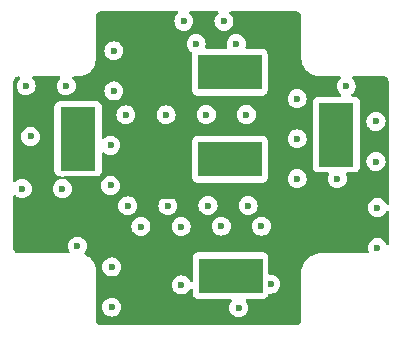
<source format=gbr>
%TF.GenerationSoftware,KiCad,Pcbnew,8.0.7*%
%TF.CreationDate,2025-04-20T00:51:03-04:00*%
%TF.ProjectId,1M_4F,314d5f34-462e-46b6-9963-61645f706362,rev?*%
%TF.SameCoordinates,Original*%
%TF.FileFunction,Copper,L2,Inr*%
%TF.FilePolarity,Positive*%
%FSLAX46Y46*%
G04 Gerber Fmt 4.6, Leading zero omitted, Abs format (unit mm)*
G04 Created by KiCad (PCBNEW 8.0.7) date 2025-04-20 00:51:03*
%MOMM*%
%LPD*%
G01*
G04 APERTURE LIST*
%TA.AperFunction,ComponentPad*%
%ADD10R,3.000000X5.400000*%
%TD*%
%TA.AperFunction,ComponentPad*%
%ADD11R,5.400000X3.000000*%
%TD*%
%TA.AperFunction,ViaPad*%
%ADD12C,0.600000*%
%TD*%
G04 APERTURE END LIST*
D10*
%TO.N,Net-(J1-Pin_1)*%
%TO.C,J1*%
X97344600Y-47653300D03*
D11*
%TO.N,GND*%
X102844600Y-47040800D03*
%TD*%
%TO.N,Net-(J1-Pin_1)*%
%TO.C,J5*%
X89387500Y-51787500D03*
D10*
%TO.N,GND*%
X90000000Y-45287500D03*
%TD*%
%TO.N,Net-(J1-Pin_1)*%
%TO.C,J3*%
X96412500Y-56262500D03*
D11*
%TO.N,GND*%
X102912500Y-56875000D03*
%TD*%
%TO.N,Net-(J1-Pin_1)*%
%TO.C,J4*%
X111262500Y-51437500D03*
D10*
%TO.N,GND*%
X111875000Y-44937500D03*
%TD*%
%TO.N,Net-(J1-Pin_1)*%
%TO.C,J2*%
X96337500Y-39050000D03*
D11*
%TO.N,GND*%
X102837500Y-39662500D03*
%TD*%
D12*
%TO.N,GND*%
X108550000Y-48675000D03*
X100000000Y-37250000D03*
X94200000Y-50975000D03*
X93025000Y-37850000D03*
X94050000Y-43275000D03*
X103600000Y-59600000D03*
X85975000Y-45100000D03*
X98750000Y-57675000D03*
X104400000Y-50950000D03*
X105525000Y-52700000D03*
X89950000Y-54400000D03*
X92750000Y-45850000D03*
X98950000Y-35350000D03*
X95325000Y-52725000D03*
X115350000Y-51125000D03*
X115225000Y-43825000D03*
X115225000Y-47225000D03*
X92750000Y-49250000D03*
X108550000Y-45300000D03*
X100850000Y-43250000D03*
X111950000Y-48675000D03*
X103400000Y-37250000D03*
X97450000Y-43275000D03*
X102125000Y-52700000D03*
X85275000Y-49525000D03*
X97600000Y-50975000D03*
X89000000Y-40800000D03*
X93025000Y-41250000D03*
X92850000Y-59550000D03*
X115350000Y-54525000D03*
X104250000Y-43250000D03*
X112700000Y-40850000D03*
X106300000Y-57600000D03*
X102350000Y-35350000D03*
X88675000Y-49525000D03*
X92850000Y-56150000D03*
X101000000Y-50950000D03*
X108550000Y-41900000D03*
X98725000Y-52725000D03*
X85600000Y-40800000D03*
%TO.N,Net-(J1-Pin_1)*%
X98875000Y-59400000D03*
X102550000Y-43250000D03*
X93025000Y-39550000D03*
X113000000Y-54200000D03*
X100425000Y-52725000D03*
X92750000Y-44150000D03*
X102700000Y-50950000D03*
X105950000Y-43250000D03*
X92850000Y-54450000D03*
X97025000Y-52725000D03*
X108550000Y-47000000D03*
X92850000Y-57850000D03*
X85975000Y-46800000D03*
X106100000Y-50950000D03*
X87300000Y-40800000D03*
X95750000Y-43275000D03*
X87275000Y-54375000D03*
X110250000Y-48675000D03*
X100650000Y-35350000D03*
X106300000Y-55900000D03*
X111000000Y-40850000D03*
X93025000Y-36150000D03*
X103825000Y-52700000D03*
X108550000Y-43600000D03*
X86975000Y-49525000D03*
X95900000Y-50975000D03*
X99150000Y-43275000D03*
X92750000Y-47550000D03*
X99300000Y-50975000D03*
X107225000Y-52700000D03*
X106000000Y-59600000D03*
X115225000Y-45525000D03*
X115225000Y-42125000D03*
X90375000Y-49525000D03*
X105100000Y-37250000D03*
X98875000Y-56000000D03*
X90700000Y-40800000D03*
X104050000Y-35350000D03*
X113650000Y-48675000D03*
X101600000Y-59600000D03*
X101700000Y-37250000D03*
X85975000Y-43400000D03*
%TD*%
%TA.AperFunction,Conductor*%
%TO.N,Net-(J1-Pin_1)*%
G36*
X98435881Y-34520185D02*
G01*
X98481636Y-34572989D01*
X98491580Y-34642147D01*
X98462555Y-34705703D01*
X98452631Y-34715229D01*
X98452662Y-34715260D01*
X98320184Y-34847737D01*
X98224211Y-35000476D01*
X98164631Y-35170745D01*
X98164630Y-35170750D01*
X98144435Y-35349996D01*
X98144435Y-35350003D01*
X98164630Y-35529249D01*
X98164631Y-35529254D01*
X98224211Y-35699523D01*
X98320184Y-35852262D01*
X98447738Y-35979816D01*
X98600478Y-36075789D01*
X98770745Y-36135368D01*
X98770750Y-36135369D01*
X98949996Y-36155565D01*
X98950000Y-36155565D01*
X98950004Y-36155565D01*
X99129249Y-36135369D01*
X99129252Y-36135368D01*
X99129255Y-36135368D01*
X99299522Y-36075789D01*
X99452262Y-35979816D01*
X99579816Y-35852262D01*
X99675789Y-35699522D01*
X99735368Y-35529255D01*
X99755565Y-35350000D01*
X99735368Y-35170745D01*
X99675789Y-35000478D01*
X99579816Y-34847738D01*
X99452262Y-34720184D01*
X99447338Y-34715260D01*
X99448609Y-34713988D01*
X99413705Y-34664260D01*
X99410855Y-34594448D01*
X99446200Y-34534178D01*
X99508518Y-34502584D01*
X99531158Y-34500500D01*
X101768842Y-34500500D01*
X101835881Y-34520185D01*
X101881636Y-34572989D01*
X101891580Y-34642147D01*
X101862555Y-34705703D01*
X101852631Y-34715229D01*
X101852662Y-34715260D01*
X101720184Y-34847737D01*
X101624211Y-35000476D01*
X101564631Y-35170745D01*
X101564630Y-35170750D01*
X101544435Y-35349996D01*
X101544435Y-35350003D01*
X101564630Y-35529249D01*
X101564631Y-35529254D01*
X101624211Y-35699523D01*
X101720184Y-35852262D01*
X101847738Y-35979816D01*
X102000478Y-36075789D01*
X102170745Y-36135368D01*
X102170750Y-36135369D01*
X102349996Y-36155565D01*
X102350000Y-36155565D01*
X102350004Y-36155565D01*
X102529249Y-36135369D01*
X102529252Y-36135368D01*
X102529255Y-36135368D01*
X102699522Y-36075789D01*
X102852262Y-35979816D01*
X102979816Y-35852262D01*
X103075789Y-35699522D01*
X103135368Y-35529255D01*
X103155565Y-35350000D01*
X103135368Y-35170745D01*
X103075789Y-35000478D01*
X102979816Y-34847738D01*
X102852262Y-34720184D01*
X102847338Y-34715260D01*
X102848609Y-34713988D01*
X102813705Y-34664260D01*
X102810855Y-34594448D01*
X102846200Y-34534178D01*
X102908518Y-34502584D01*
X102931158Y-34500500D01*
X108334108Y-34500500D01*
X108393038Y-34500500D01*
X108406922Y-34501280D01*
X108497266Y-34511459D01*
X108524331Y-34517636D01*
X108603540Y-34545352D01*
X108628553Y-34557398D01*
X108699606Y-34602043D01*
X108721313Y-34619355D01*
X108780644Y-34678686D01*
X108797957Y-34700395D01*
X108842600Y-34771444D01*
X108854648Y-34796462D01*
X108882362Y-34875666D01*
X108888540Y-34902735D01*
X108898720Y-34993076D01*
X108899500Y-35006961D01*
X108899500Y-38514469D01*
X108932080Y-38741075D01*
X108932083Y-38741085D01*
X108996583Y-38960751D01*
X109091680Y-39168985D01*
X109091693Y-39169008D01*
X109215456Y-39361587D01*
X109215460Y-39361593D01*
X109365384Y-39534615D01*
X109538406Y-39684539D01*
X109538412Y-39684543D01*
X109730991Y-39808306D01*
X109731014Y-39808319D01*
X109939248Y-39903416D01*
X109939252Y-39903417D01*
X109939254Y-39903418D01*
X110158920Y-39967918D01*
X110158921Y-39967918D01*
X110158924Y-39967919D01*
X110226494Y-39977633D01*
X110385530Y-40000500D01*
X110434108Y-40000500D01*
X112118842Y-40000500D01*
X112185881Y-40020185D01*
X112231636Y-40072989D01*
X112241580Y-40142147D01*
X112212555Y-40205703D01*
X112202631Y-40215229D01*
X112202662Y-40215260D01*
X112070184Y-40347737D01*
X111974211Y-40500476D01*
X111914631Y-40670745D01*
X111914630Y-40670750D01*
X111894435Y-40849996D01*
X111894435Y-40850003D01*
X111914630Y-41029249D01*
X111914631Y-41029254D01*
X111974211Y-41199523D01*
X112070184Y-41352262D01*
X112197739Y-41479817D01*
X112242603Y-41508007D01*
X112288893Y-41560341D01*
X112299541Y-41629395D01*
X112271166Y-41693243D01*
X112212776Y-41731615D01*
X112176630Y-41737000D01*
X110327129Y-41737000D01*
X110327123Y-41737001D01*
X110267516Y-41743408D01*
X110132671Y-41793702D01*
X110132664Y-41793706D01*
X110017455Y-41879952D01*
X110017452Y-41879955D01*
X109931206Y-41995164D01*
X109931202Y-41995171D01*
X109880908Y-42130017D01*
X109874501Y-42189616D01*
X109874501Y-42189623D01*
X109874500Y-42189635D01*
X109874500Y-47685370D01*
X109874501Y-47685376D01*
X109880908Y-47744983D01*
X109931202Y-47879828D01*
X109931206Y-47879835D01*
X110017452Y-47995044D01*
X110017455Y-47995047D01*
X110132664Y-48081293D01*
X110132671Y-48081297D01*
X110267517Y-48131591D01*
X110267516Y-48131591D01*
X110274444Y-48132335D01*
X110327127Y-48138000D01*
X111117650Y-48137999D01*
X111184689Y-48157683D01*
X111230444Y-48210487D01*
X111240388Y-48279646D01*
X111226069Y-48318645D01*
X111227231Y-48319205D01*
X111224213Y-48325470D01*
X111164631Y-48495745D01*
X111164630Y-48495750D01*
X111144435Y-48674996D01*
X111144435Y-48675003D01*
X111164630Y-48854249D01*
X111164631Y-48854254D01*
X111224211Y-49024523D01*
X111253258Y-49070750D01*
X111320184Y-49177262D01*
X111447738Y-49304816D01*
X111600478Y-49400789D01*
X111770745Y-49460368D01*
X111770750Y-49460369D01*
X111949996Y-49480565D01*
X111950000Y-49480565D01*
X111950004Y-49480565D01*
X112129249Y-49460369D01*
X112129252Y-49460368D01*
X112129255Y-49460368D01*
X112299522Y-49400789D01*
X112452262Y-49304816D01*
X112579816Y-49177262D01*
X112675789Y-49024522D01*
X112735368Y-48854255D01*
X112741570Y-48799211D01*
X112755565Y-48675003D01*
X112755565Y-48674996D01*
X112735369Y-48495750D01*
X112735368Y-48495745D01*
X112675786Y-48325470D01*
X112672769Y-48319205D01*
X112674625Y-48318311D01*
X112658357Y-48260728D01*
X112678727Y-48193894D01*
X112731998Y-48148682D01*
X112782350Y-48137999D01*
X113422871Y-48137999D01*
X113422872Y-48137999D01*
X113482483Y-48131591D01*
X113617331Y-48081296D01*
X113732546Y-47995046D01*
X113818796Y-47879831D01*
X113869091Y-47744983D01*
X113875500Y-47685373D01*
X113875500Y-47224996D01*
X114419435Y-47224996D01*
X114419435Y-47225003D01*
X114439630Y-47404249D01*
X114439631Y-47404254D01*
X114499211Y-47574523D01*
X114595184Y-47727262D01*
X114722738Y-47854816D01*
X114813080Y-47911582D01*
X114872966Y-47949211D01*
X114875478Y-47950789D01*
X115001952Y-47995044D01*
X115045745Y-48010368D01*
X115045750Y-48010369D01*
X115224996Y-48030565D01*
X115225000Y-48030565D01*
X115225004Y-48030565D01*
X115404249Y-48010369D01*
X115404252Y-48010368D01*
X115404255Y-48010368D01*
X115574522Y-47950789D01*
X115727262Y-47854816D01*
X115854816Y-47727262D01*
X115950789Y-47574522D01*
X116010368Y-47404255D01*
X116030565Y-47225000D01*
X116010368Y-47045745D01*
X115950789Y-46875478D01*
X115854816Y-46722738D01*
X115727262Y-46595184D01*
X115696395Y-46575789D01*
X115574523Y-46499211D01*
X115404254Y-46439631D01*
X115404249Y-46439630D01*
X115225004Y-46419435D01*
X115224996Y-46419435D01*
X115045750Y-46439630D01*
X115045745Y-46439631D01*
X114875476Y-46499211D01*
X114722737Y-46595184D01*
X114595184Y-46722737D01*
X114499211Y-46875476D01*
X114439631Y-47045745D01*
X114439630Y-47045750D01*
X114419435Y-47224996D01*
X113875500Y-47224996D01*
X113875499Y-43824996D01*
X114419435Y-43824996D01*
X114419435Y-43825003D01*
X114439630Y-44004249D01*
X114439631Y-44004254D01*
X114499211Y-44174523D01*
X114574557Y-44294435D01*
X114595184Y-44327262D01*
X114722738Y-44454816D01*
X114747196Y-44470184D01*
X114817934Y-44514632D01*
X114875478Y-44550789D01*
X115009648Y-44597737D01*
X115045745Y-44610368D01*
X115045750Y-44610369D01*
X115224996Y-44630565D01*
X115225000Y-44630565D01*
X115225004Y-44630565D01*
X115404249Y-44610369D01*
X115404252Y-44610368D01*
X115404255Y-44610368D01*
X115574522Y-44550789D01*
X115727262Y-44454816D01*
X115854816Y-44327262D01*
X115950789Y-44174522D01*
X116010368Y-44004255D01*
X116010759Y-44000788D01*
X116030565Y-43825003D01*
X116030565Y-43824996D01*
X116010369Y-43645750D01*
X116010368Y-43645745D01*
X115950788Y-43475476D01*
X115854815Y-43322737D01*
X115727262Y-43195184D01*
X115574523Y-43099211D01*
X115404254Y-43039631D01*
X115404249Y-43039630D01*
X115225004Y-43019435D01*
X115224996Y-43019435D01*
X115045750Y-43039630D01*
X115045745Y-43039631D01*
X114875476Y-43099211D01*
X114722737Y-43195184D01*
X114595184Y-43322737D01*
X114499211Y-43475476D01*
X114439631Y-43645745D01*
X114439630Y-43645750D01*
X114419435Y-43824996D01*
X113875499Y-43824996D01*
X113875499Y-42189628D01*
X113869091Y-42130017D01*
X113841322Y-42055565D01*
X113818797Y-41995171D01*
X113818793Y-41995164D01*
X113732547Y-41879955D01*
X113732544Y-41879952D01*
X113617335Y-41793706D01*
X113617328Y-41793702D01*
X113482482Y-41743408D01*
X113482483Y-41743408D01*
X113422883Y-41737001D01*
X113422881Y-41737000D01*
X113422873Y-41737000D01*
X113422865Y-41737000D01*
X113223369Y-41737000D01*
X113156330Y-41717315D01*
X113110575Y-41664511D01*
X113100631Y-41595353D01*
X113129656Y-41531797D01*
X113157396Y-41508007D01*
X113202262Y-41479816D01*
X113329816Y-41352262D01*
X113425789Y-41199522D01*
X113485368Y-41029255D01*
X113491002Y-40979254D01*
X113505565Y-40850003D01*
X113505565Y-40849996D01*
X113485369Y-40670750D01*
X113485368Y-40670745D01*
X113467676Y-40620184D01*
X113425789Y-40500478D01*
X113403265Y-40464632D01*
X113384086Y-40434108D01*
X113329816Y-40347738D01*
X113202262Y-40220184D01*
X113197338Y-40215260D01*
X113198609Y-40213988D01*
X113163705Y-40164260D01*
X113160855Y-40094448D01*
X113196200Y-40034178D01*
X113258518Y-40002584D01*
X113281158Y-40000500D01*
X115759108Y-40000500D01*
X115818038Y-40000500D01*
X115831922Y-40001280D01*
X115922266Y-40011459D01*
X115949331Y-40017636D01*
X116028540Y-40045352D01*
X116053553Y-40057398D01*
X116124606Y-40102043D01*
X116146313Y-40119355D01*
X116205644Y-40178686D01*
X116222957Y-40200395D01*
X116267600Y-40271444D01*
X116279648Y-40296462D01*
X116307362Y-40375666D01*
X116313540Y-40402735D01*
X116323720Y-40493076D01*
X116324500Y-40506961D01*
X116324500Y-50756439D01*
X116304815Y-50823478D01*
X116252011Y-50869233D01*
X116182853Y-50879177D01*
X116119297Y-50850152D01*
X116083459Y-50797395D01*
X116075790Y-50775479D01*
X116027802Y-50699108D01*
X115979816Y-50622738D01*
X115852262Y-50495184D01*
X115699523Y-50399211D01*
X115529254Y-50339631D01*
X115529249Y-50339630D01*
X115350004Y-50319435D01*
X115349996Y-50319435D01*
X115170750Y-50339630D01*
X115170745Y-50339631D01*
X115000476Y-50399211D01*
X114847737Y-50495184D01*
X114720184Y-50622737D01*
X114624211Y-50775476D01*
X114564631Y-50945745D01*
X114564630Y-50945750D01*
X114544435Y-51124996D01*
X114544435Y-51125003D01*
X114564630Y-51304249D01*
X114564631Y-51304254D01*
X114624211Y-51474523D01*
X114706080Y-51604815D01*
X114720184Y-51627262D01*
X114847738Y-51754816D01*
X115000478Y-51850789D01*
X115125211Y-51894435D01*
X115170745Y-51910368D01*
X115170750Y-51910369D01*
X115349996Y-51930565D01*
X115350000Y-51930565D01*
X115350004Y-51930565D01*
X115529249Y-51910369D01*
X115529252Y-51910368D01*
X115529255Y-51910368D01*
X115699522Y-51850789D01*
X115852262Y-51754816D01*
X115979816Y-51627262D01*
X116075789Y-51474522D01*
X116083458Y-51452606D01*
X116124180Y-51395830D01*
X116189132Y-51370082D01*
X116257694Y-51383538D01*
X116308097Y-51431925D01*
X116324500Y-51493560D01*
X116324500Y-54156439D01*
X116304815Y-54223478D01*
X116252011Y-54269233D01*
X116182853Y-54279177D01*
X116119297Y-54250152D01*
X116083459Y-54197395D01*
X116075790Y-54175479D01*
X115979815Y-54022737D01*
X115852262Y-53895184D01*
X115699523Y-53799211D01*
X115529254Y-53739631D01*
X115529249Y-53739630D01*
X115350004Y-53719435D01*
X115349996Y-53719435D01*
X115170750Y-53739630D01*
X115170745Y-53739631D01*
X115000476Y-53799211D01*
X114847737Y-53895184D01*
X114720184Y-54022737D01*
X114624211Y-54175476D01*
X114564631Y-54345745D01*
X114564630Y-54345750D01*
X114544435Y-54524996D01*
X114544435Y-54525003D01*
X114564630Y-54704249D01*
X114564632Y-54704257D01*
X114610597Y-54835617D01*
X114614158Y-54905395D01*
X114579429Y-54966023D01*
X114517436Y-54998250D01*
X114493555Y-55000571D01*
X110583899Y-55000571D01*
X110583871Y-55000569D01*
X110560716Y-55000569D01*
X110560712Y-55000568D01*
X110394886Y-55000571D01*
X110394878Y-55000572D01*
X110168289Y-55033157D01*
X110168288Y-55033157D01*
X109948620Y-55097661D01*
X109740373Y-55192767D01*
X109740367Y-55192771D01*
X109547785Y-55316537D01*
X109547781Y-55316540D01*
X109374761Y-55466463D01*
X109224839Y-55639482D01*
X109101070Y-55832069D01*
X109101061Y-55832087D01*
X109005960Y-56040323D01*
X108964571Y-56181273D01*
X108951057Y-56227297D01*
X108941458Y-56259985D01*
X108941455Y-56259996D01*
X108908872Y-56486579D01*
X108908556Y-56491005D01*
X108907945Y-56490961D01*
X108904647Y-56515964D01*
X108899501Y-56535171D01*
X108899500Y-56535180D01*
X108899500Y-60593038D01*
X108898720Y-60606923D01*
X108888540Y-60697264D01*
X108882362Y-60724333D01*
X108854648Y-60803537D01*
X108842600Y-60828555D01*
X108797957Y-60899604D01*
X108780644Y-60921313D01*
X108721313Y-60980644D01*
X108699604Y-60997957D01*
X108628555Y-61042600D01*
X108603537Y-61054648D01*
X108524333Y-61082362D01*
X108497264Y-61088540D01*
X108417075Y-61097576D01*
X108406921Y-61098720D01*
X108393038Y-61099500D01*
X92006962Y-61099500D01*
X91993078Y-61098720D01*
X91980553Y-61097308D01*
X91902735Y-61088540D01*
X91875666Y-61082362D01*
X91796462Y-61054648D01*
X91771444Y-61042600D01*
X91700395Y-60997957D01*
X91678686Y-60980644D01*
X91619355Y-60921313D01*
X91602042Y-60899604D01*
X91557399Y-60828555D01*
X91545351Y-60803537D01*
X91517637Y-60724333D01*
X91511459Y-60697263D01*
X91501280Y-60606922D01*
X91500500Y-60593038D01*
X91500500Y-59549996D01*
X92044435Y-59549996D01*
X92044435Y-59550003D01*
X92064630Y-59729249D01*
X92064631Y-59729254D01*
X92124211Y-59899523D01*
X92220184Y-60052262D01*
X92347738Y-60179816D01*
X92500478Y-60275789D01*
X92643367Y-60325788D01*
X92670745Y-60335368D01*
X92670750Y-60335369D01*
X92849996Y-60355565D01*
X92850000Y-60355565D01*
X92850004Y-60355565D01*
X93029249Y-60335369D01*
X93029252Y-60335368D01*
X93029255Y-60335368D01*
X93199522Y-60275789D01*
X93352262Y-60179816D01*
X93479816Y-60052262D01*
X93575789Y-59899522D01*
X93635368Y-59729255D01*
X93649931Y-59600003D01*
X93655565Y-59550003D01*
X93655565Y-59549996D01*
X93635369Y-59370750D01*
X93635368Y-59370745D01*
X93575788Y-59200476D01*
X93504597Y-59087177D01*
X93479816Y-59047738D01*
X93352262Y-58920184D01*
X93312475Y-58895184D01*
X93199523Y-58824211D01*
X93029254Y-58764631D01*
X93029249Y-58764630D01*
X92850004Y-58744435D01*
X92849996Y-58744435D01*
X92670750Y-58764630D01*
X92670745Y-58764631D01*
X92500476Y-58824211D01*
X92347737Y-58920184D01*
X92220184Y-59047737D01*
X92124211Y-59200476D01*
X92064631Y-59370745D01*
X92064630Y-59370750D01*
X92044435Y-59549996D01*
X91500500Y-59549996D01*
X91500500Y-57674996D01*
X97944435Y-57674996D01*
X97944435Y-57675003D01*
X97964630Y-57854249D01*
X97964631Y-57854254D01*
X98024211Y-58024523D01*
X98073058Y-58102262D01*
X98120184Y-58177262D01*
X98247738Y-58304816D01*
X98338080Y-58361582D01*
X98396987Y-58398596D01*
X98400478Y-58400789D01*
X98570745Y-58460368D01*
X98570750Y-58460369D01*
X98749996Y-58480565D01*
X98750000Y-58480565D01*
X98750004Y-58480565D01*
X98929249Y-58460369D01*
X98929252Y-58460368D01*
X98929255Y-58460368D01*
X99099522Y-58400789D01*
X99252262Y-58304816D01*
X99379816Y-58177262D01*
X99475789Y-58024522D01*
X99475793Y-58024509D01*
X99476273Y-58023515D01*
X99476763Y-58022971D01*
X99479494Y-58018626D01*
X99480254Y-58019103D01*
X99523090Y-57971650D01*
X99590514Y-57953328D01*
X99657141Y-57974368D01*
X99701816Y-58028089D01*
X99712000Y-58077303D01*
X99712000Y-58422870D01*
X99712001Y-58422876D01*
X99718408Y-58482483D01*
X99768702Y-58617328D01*
X99768706Y-58617335D01*
X99854952Y-58732544D01*
X99854955Y-58732547D01*
X99970164Y-58818793D01*
X99970171Y-58818797D01*
X100105017Y-58869091D01*
X100105016Y-58869091D01*
X100111944Y-58869835D01*
X100164627Y-58875500D01*
X102893060Y-58875499D01*
X102960099Y-58895184D01*
X103005854Y-58947987D01*
X103015798Y-59017146D01*
X102986773Y-59080702D01*
X102980744Y-59087177D01*
X102970184Y-59097737D01*
X102874211Y-59250476D01*
X102814631Y-59420745D01*
X102814630Y-59420750D01*
X102794435Y-59599996D01*
X102794435Y-59600003D01*
X102814630Y-59779249D01*
X102814631Y-59779254D01*
X102874211Y-59949523D01*
X102938767Y-60052262D01*
X102970184Y-60102262D01*
X103097738Y-60229816D01*
X103250478Y-60325789D01*
X103335573Y-60355565D01*
X103420745Y-60385368D01*
X103420750Y-60385369D01*
X103599996Y-60405565D01*
X103600000Y-60405565D01*
X103600004Y-60405565D01*
X103779249Y-60385369D01*
X103779252Y-60385368D01*
X103779255Y-60385368D01*
X103949522Y-60325789D01*
X104102262Y-60229816D01*
X104229816Y-60102262D01*
X104325789Y-59949522D01*
X104385368Y-59779255D01*
X104391002Y-59729254D01*
X104405565Y-59600003D01*
X104405565Y-59599996D01*
X104385369Y-59420750D01*
X104385368Y-59420745D01*
X104325788Y-59250476D01*
X104229815Y-59097737D01*
X104219258Y-59087180D01*
X104185773Y-59025857D01*
X104190757Y-58956165D01*
X104232629Y-58900232D01*
X104298093Y-58875815D01*
X104306939Y-58875499D01*
X105660371Y-58875499D01*
X105660372Y-58875499D01*
X105719983Y-58869091D01*
X105854831Y-58818796D01*
X105970046Y-58732546D01*
X106056296Y-58617331D01*
X106106591Y-58482483D01*
X106106590Y-58482483D01*
X106108083Y-58478483D01*
X106149954Y-58422549D01*
X106215418Y-58398132D01*
X106238147Y-58398595D01*
X106260865Y-58401155D01*
X106299998Y-58405565D01*
X106300000Y-58405565D01*
X106300004Y-58405565D01*
X106479249Y-58385369D01*
X106479252Y-58385368D01*
X106479255Y-58385368D01*
X106649522Y-58325789D01*
X106802262Y-58229816D01*
X106929816Y-58102262D01*
X107025789Y-57949522D01*
X107085368Y-57779255D01*
X107085369Y-57779249D01*
X107105565Y-57600003D01*
X107105565Y-57599996D01*
X107085369Y-57420750D01*
X107085368Y-57420745D01*
X107054019Y-57331155D01*
X107025789Y-57250478D01*
X106929816Y-57097738D01*
X106802262Y-56970184D01*
X106768884Y-56949211D01*
X106649523Y-56874211D01*
X106479254Y-56814631D01*
X106479249Y-56814630D01*
X106300004Y-56794435D01*
X106300003Y-56794435D01*
X106300001Y-56794435D01*
X106300000Y-56794435D01*
X106275171Y-56797232D01*
X106250881Y-56799969D01*
X106182059Y-56787913D01*
X106130680Y-56740563D01*
X106112999Y-56676748D01*
X106112999Y-55327129D01*
X106112998Y-55327123D01*
X106112997Y-55327116D01*
X106106591Y-55267517D01*
X106078711Y-55192768D01*
X106056297Y-55132671D01*
X106056293Y-55132664D01*
X105970047Y-55017455D01*
X105970044Y-55017452D01*
X105854835Y-54931206D01*
X105854828Y-54931202D01*
X105719982Y-54880908D01*
X105719983Y-54880908D01*
X105660383Y-54874501D01*
X105660381Y-54874500D01*
X105660373Y-54874500D01*
X105660364Y-54874500D01*
X100164629Y-54874500D01*
X100164623Y-54874501D01*
X100105016Y-54880908D01*
X99970171Y-54931202D01*
X99970164Y-54931206D01*
X99854955Y-55017452D01*
X99854952Y-55017455D01*
X99768706Y-55132664D01*
X99768702Y-55132671D01*
X99718408Y-55267517D01*
X99713138Y-55316540D01*
X99712001Y-55327123D01*
X99712000Y-55327135D01*
X99712000Y-57272695D01*
X99692315Y-57339734D01*
X99639511Y-57385489D01*
X99570353Y-57395433D01*
X99506797Y-57366408D01*
X99479842Y-57331155D01*
X99479494Y-57331374D01*
X99477116Y-57327590D01*
X99476279Y-57326495D01*
X99475789Y-57325477D01*
X99379815Y-57172737D01*
X99252262Y-57045184D01*
X99099523Y-56949211D01*
X98929254Y-56889631D01*
X98929249Y-56889630D01*
X98750004Y-56869435D01*
X98749996Y-56869435D01*
X98570750Y-56889630D01*
X98570745Y-56889631D01*
X98400476Y-56949211D01*
X98247737Y-57045184D01*
X98120184Y-57172737D01*
X98024211Y-57325476D01*
X97964631Y-57495745D01*
X97964630Y-57495750D01*
X97944435Y-57674996D01*
X91500500Y-57674996D01*
X91500500Y-56618249D01*
X91504723Y-56586162D01*
X91509871Y-56566949D01*
X91509870Y-56552478D01*
X91509929Y-56552275D01*
X91509928Y-56501056D01*
X91509929Y-56501056D01*
X91509926Y-56393736D01*
X91479373Y-56181282D01*
X91470186Y-56149996D01*
X92044435Y-56149996D01*
X92044435Y-56150003D01*
X92064630Y-56329249D01*
X92064631Y-56329254D01*
X92124211Y-56499523D01*
X92188556Y-56601926D01*
X92220184Y-56652262D01*
X92347738Y-56779816D01*
X92407460Y-56817342D01*
X92497966Y-56874211D01*
X92500478Y-56875789D01*
X92670745Y-56935368D01*
X92670750Y-56935369D01*
X92849996Y-56955565D01*
X92850000Y-56955565D01*
X92850004Y-56955565D01*
X93029249Y-56935369D01*
X93029252Y-56935368D01*
X93029255Y-56935368D01*
X93199522Y-56875789D01*
X93352262Y-56779816D01*
X93479816Y-56652262D01*
X93575789Y-56499522D01*
X93635368Y-56329255D01*
X93651099Y-56189637D01*
X93655565Y-56150003D01*
X93655565Y-56149996D01*
X93635369Y-55970750D01*
X93635368Y-55970745D01*
X93575788Y-55800476D01*
X93479815Y-55647737D01*
X93352262Y-55520184D01*
X93199523Y-55424211D01*
X93029254Y-55364631D01*
X93029249Y-55364630D01*
X92850004Y-55344435D01*
X92849996Y-55344435D01*
X92670750Y-55364630D01*
X92670745Y-55364631D01*
X92500476Y-55424211D01*
X92347737Y-55520184D01*
X92220184Y-55647737D01*
X92124211Y-55800476D01*
X92064631Y-55970745D01*
X92064630Y-55970750D01*
X92044435Y-56149996D01*
X91470186Y-56149996D01*
X91418896Y-55975338D01*
X91329726Y-55780097D01*
X91213677Y-55599534D01*
X91073113Y-55437324D01*
X91057979Y-55424211D01*
X90910897Y-55296771D01*
X90910892Y-55296768D01*
X90865372Y-55267516D01*
X90749060Y-55192771D01*
X90730331Y-55180735D01*
X90730327Y-55180733D01*
X90730324Y-55180731D01*
X90598289Y-55120437D01*
X90545485Y-55074685D01*
X90525798Y-55007646D01*
X90545481Y-54940606D01*
X90562117Y-54919961D01*
X90579816Y-54902262D01*
X90675789Y-54749522D01*
X90735368Y-54579255D01*
X90741481Y-54525000D01*
X90755565Y-54400003D01*
X90755565Y-54399996D01*
X90735369Y-54220750D01*
X90735368Y-54220745D01*
X90675788Y-54050476D01*
X90579815Y-53897737D01*
X90452262Y-53770184D01*
X90299523Y-53674211D01*
X90129254Y-53614631D01*
X90129249Y-53614630D01*
X89950004Y-53594435D01*
X89949996Y-53594435D01*
X89770750Y-53614630D01*
X89770745Y-53614631D01*
X89600476Y-53674211D01*
X89447737Y-53770184D01*
X89320184Y-53897737D01*
X89224211Y-54050476D01*
X89164631Y-54220745D01*
X89164630Y-54220750D01*
X89144435Y-54399996D01*
X89144435Y-54400003D01*
X89164630Y-54579249D01*
X89164631Y-54579254D01*
X89224211Y-54749523D01*
X89262588Y-54810599D01*
X89281588Y-54877836D01*
X89261220Y-54944671D01*
X89207952Y-54989885D01*
X89157594Y-55000571D01*
X85082153Y-55000571D01*
X85065966Y-54999510D01*
X85065893Y-54999500D01*
X85065892Y-54999500D01*
X85065890Y-54999500D01*
X85006962Y-54999500D01*
X84993078Y-54998720D01*
X84980553Y-54997308D01*
X84902735Y-54988540D01*
X84875666Y-54982362D01*
X84796462Y-54954648D01*
X84771444Y-54942600D01*
X84700395Y-54897957D01*
X84678686Y-54880644D01*
X84619355Y-54821313D01*
X84602042Y-54799604D01*
X84570573Y-54749522D01*
X84557398Y-54728553D01*
X84545351Y-54703537D01*
X84517637Y-54624333D01*
X84511459Y-54597263D01*
X84509429Y-54579249D01*
X84501280Y-54506922D01*
X84500500Y-54493038D01*
X84500500Y-52724996D01*
X94519435Y-52724996D01*
X94519435Y-52725003D01*
X94539630Y-52904249D01*
X94539631Y-52904254D01*
X94599211Y-53074523D01*
X94679475Y-53202262D01*
X94695184Y-53227262D01*
X94822738Y-53354816D01*
X94975478Y-53450789D01*
X95074299Y-53485368D01*
X95145745Y-53510368D01*
X95145750Y-53510369D01*
X95324996Y-53530565D01*
X95325000Y-53530565D01*
X95325004Y-53530565D01*
X95504249Y-53510369D01*
X95504252Y-53510368D01*
X95504255Y-53510368D01*
X95674522Y-53450789D01*
X95827262Y-53354816D01*
X95954816Y-53227262D01*
X96050789Y-53074522D01*
X96110368Y-52904255D01*
X96113185Y-52879254D01*
X96130565Y-52725003D01*
X96130565Y-52724996D01*
X97919435Y-52724996D01*
X97919435Y-52725003D01*
X97939630Y-52904249D01*
X97939631Y-52904254D01*
X97999211Y-53074523D01*
X98079475Y-53202262D01*
X98095184Y-53227262D01*
X98222738Y-53354816D01*
X98375478Y-53450789D01*
X98474299Y-53485368D01*
X98545745Y-53510368D01*
X98545750Y-53510369D01*
X98724996Y-53530565D01*
X98725000Y-53530565D01*
X98725004Y-53530565D01*
X98904249Y-53510369D01*
X98904252Y-53510368D01*
X98904255Y-53510368D01*
X99074522Y-53450789D01*
X99227262Y-53354816D01*
X99354816Y-53227262D01*
X99450789Y-53074522D01*
X99510368Y-52904255D01*
X99513185Y-52879254D01*
X99530565Y-52725003D01*
X99530565Y-52724996D01*
X99527748Y-52699996D01*
X101319435Y-52699996D01*
X101319435Y-52700003D01*
X101339630Y-52879249D01*
X101339631Y-52879254D01*
X101399211Y-53049523D01*
X101414920Y-53074523D01*
X101495184Y-53202262D01*
X101622738Y-53329816D01*
X101775478Y-53425789D01*
X101846924Y-53450789D01*
X101945745Y-53485368D01*
X101945750Y-53485369D01*
X102124996Y-53505565D01*
X102125000Y-53505565D01*
X102125004Y-53505565D01*
X102304249Y-53485369D01*
X102304252Y-53485368D01*
X102304255Y-53485368D01*
X102474522Y-53425789D01*
X102627262Y-53329816D01*
X102754816Y-53202262D01*
X102850789Y-53049522D01*
X102910368Y-52879255D01*
X102927748Y-52725003D01*
X102930565Y-52700003D01*
X102930565Y-52699996D01*
X104719435Y-52699996D01*
X104719435Y-52700003D01*
X104739630Y-52879249D01*
X104739631Y-52879254D01*
X104799211Y-53049523D01*
X104814920Y-53074523D01*
X104895184Y-53202262D01*
X105022738Y-53329816D01*
X105175478Y-53425789D01*
X105246924Y-53450789D01*
X105345745Y-53485368D01*
X105345750Y-53485369D01*
X105524996Y-53505565D01*
X105525000Y-53505565D01*
X105525004Y-53505565D01*
X105704249Y-53485369D01*
X105704252Y-53485368D01*
X105704255Y-53485368D01*
X105874522Y-53425789D01*
X106027262Y-53329816D01*
X106154816Y-53202262D01*
X106250789Y-53049522D01*
X106310368Y-52879255D01*
X106327748Y-52725003D01*
X106330565Y-52700003D01*
X106330565Y-52699996D01*
X106310369Y-52520750D01*
X106310368Y-52520745D01*
X106250788Y-52350476D01*
X106211582Y-52288080D01*
X106154816Y-52197738D01*
X106027262Y-52070184D01*
X105874523Y-51974211D01*
X105704254Y-51914631D01*
X105704249Y-51914630D01*
X105525004Y-51894435D01*
X105524996Y-51894435D01*
X105345750Y-51914630D01*
X105345745Y-51914631D01*
X105175476Y-51974211D01*
X105022737Y-52070184D01*
X104895184Y-52197737D01*
X104799211Y-52350476D01*
X104739631Y-52520745D01*
X104739630Y-52520750D01*
X104719435Y-52699996D01*
X102930565Y-52699996D01*
X102910369Y-52520750D01*
X102910368Y-52520745D01*
X102850788Y-52350476D01*
X102811582Y-52288080D01*
X102754816Y-52197738D01*
X102627262Y-52070184D01*
X102474523Y-51974211D01*
X102304254Y-51914631D01*
X102304249Y-51914630D01*
X102125004Y-51894435D01*
X102124996Y-51894435D01*
X101945750Y-51914630D01*
X101945745Y-51914631D01*
X101775476Y-51974211D01*
X101622737Y-52070184D01*
X101495184Y-52197737D01*
X101399211Y-52350476D01*
X101339631Y-52520745D01*
X101339630Y-52520750D01*
X101319435Y-52699996D01*
X99527748Y-52699996D01*
X99510369Y-52545750D01*
X99510368Y-52545745D01*
X99450788Y-52375476D01*
X99354815Y-52222737D01*
X99227262Y-52095184D01*
X99074523Y-51999211D01*
X98904254Y-51939631D01*
X98904249Y-51939630D01*
X98725004Y-51919435D01*
X98724996Y-51919435D01*
X98545750Y-51939630D01*
X98545745Y-51939631D01*
X98375476Y-51999211D01*
X98222737Y-52095184D01*
X98095184Y-52222737D01*
X97999211Y-52375476D01*
X97939631Y-52545745D01*
X97939630Y-52545750D01*
X97919435Y-52724996D01*
X96130565Y-52724996D01*
X96110369Y-52545750D01*
X96110368Y-52545745D01*
X96050788Y-52375476D01*
X95954815Y-52222737D01*
X95827262Y-52095184D01*
X95674523Y-51999211D01*
X95504254Y-51939631D01*
X95504249Y-51939630D01*
X95325004Y-51919435D01*
X95324996Y-51919435D01*
X95145750Y-51939630D01*
X95145745Y-51939631D01*
X94975476Y-51999211D01*
X94822737Y-52095184D01*
X94695184Y-52222737D01*
X94599211Y-52375476D01*
X94539631Y-52545745D01*
X94539630Y-52545750D01*
X94519435Y-52724996D01*
X84500500Y-52724996D01*
X84500500Y-50974996D01*
X93394435Y-50974996D01*
X93394435Y-50975003D01*
X93414630Y-51154249D01*
X93414631Y-51154254D01*
X93474211Y-51324523D01*
X93568462Y-51474521D01*
X93570184Y-51477262D01*
X93697738Y-51604816D01*
X93850478Y-51700789D01*
X94004878Y-51754816D01*
X94020745Y-51760368D01*
X94020750Y-51760369D01*
X94199996Y-51780565D01*
X94200000Y-51780565D01*
X94200004Y-51780565D01*
X94379249Y-51760369D01*
X94379252Y-51760368D01*
X94379255Y-51760368D01*
X94549522Y-51700789D01*
X94702262Y-51604816D01*
X94829816Y-51477262D01*
X94925789Y-51324522D01*
X94985368Y-51154255D01*
X94988185Y-51129254D01*
X95005565Y-50975003D01*
X95005565Y-50974996D01*
X96794435Y-50974996D01*
X96794435Y-50975003D01*
X96814630Y-51154249D01*
X96814631Y-51154254D01*
X96874211Y-51324523D01*
X96968462Y-51474521D01*
X96970184Y-51477262D01*
X97097738Y-51604816D01*
X97250478Y-51700789D01*
X97404878Y-51754816D01*
X97420745Y-51760368D01*
X97420750Y-51760369D01*
X97599996Y-51780565D01*
X97600000Y-51780565D01*
X97600004Y-51780565D01*
X97779249Y-51760369D01*
X97779252Y-51760368D01*
X97779255Y-51760368D01*
X97949522Y-51700789D01*
X98102262Y-51604816D01*
X98229816Y-51477262D01*
X98325789Y-51324522D01*
X98385368Y-51154255D01*
X98388185Y-51129254D01*
X98405565Y-50975003D01*
X98405565Y-50974996D01*
X98402748Y-50949996D01*
X100194435Y-50949996D01*
X100194435Y-50950003D01*
X100214630Y-51129249D01*
X100214631Y-51129254D01*
X100274211Y-51299523D01*
X100327002Y-51383538D01*
X100370184Y-51452262D01*
X100497738Y-51579816D01*
X100650478Y-51675789D01*
X100721924Y-51700789D01*
X100820745Y-51735368D01*
X100820750Y-51735369D01*
X100999996Y-51755565D01*
X101000000Y-51755565D01*
X101000004Y-51755565D01*
X101179249Y-51735369D01*
X101179252Y-51735368D01*
X101179255Y-51735368D01*
X101349522Y-51675789D01*
X101502262Y-51579816D01*
X101629816Y-51452262D01*
X101725789Y-51299522D01*
X101785368Y-51129255D01*
X101785847Y-51125003D01*
X101805565Y-50950003D01*
X101805565Y-50949996D01*
X103594435Y-50949996D01*
X103594435Y-50950003D01*
X103614630Y-51129249D01*
X103614631Y-51129254D01*
X103674211Y-51299523D01*
X103727002Y-51383538D01*
X103770184Y-51452262D01*
X103897738Y-51579816D01*
X104050478Y-51675789D01*
X104121924Y-51700789D01*
X104220745Y-51735368D01*
X104220750Y-51735369D01*
X104399996Y-51755565D01*
X104400000Y-51755565D01*
X104400004Y-51755565D01*
X104579249Y-51735369D01*
X104579252Y-51735368D01*
X104579255Y-51735368D01*
X104749522Y-51675789D01*
X104902262Y-51579816D01*
X105029816Y-51452262D01*
X105125789Y-51299522D01*
X105185368Y-51129255D01*
X105185847Y-51125003D01*
X105205565Y-50950003D01*
X105205565Y-50949996D01*
X105185369Y-50770750D01*
X105185368Y-50770745D01*
X105125788Y-50600476D01*
X105059628Y-50495184D01*
X105029816Y-50447738D01*
X104902262Y-50320184D01*
X104791821Y-50250789D01*
X104749523Y-50224211D01*
X104579254Y-50164631D01*
X104579249Y-50164630D01*
X104400004Y-50144435D01*
X104399996Y-50144435D01*
X104220750Y-50164630D01*
X104220745Y-50164631D01*
X104050476Y-50224211D01*
X103897737Y-50320184D01*
X103770184Y-50447737D01*
X103674211Y-50600476D01*
X103614631Y-50770745D01*
X103614630Y-50770750D01*
X103594435Y-50949996D01*
X101805565Y-50949996D01*
X101785369Y-50770750D01*
X101785368Y-50770745D01*
X101725788Y-50600476D01*
X101659628Y-50495184D01*
X101629816Y-50447738D01*
X101502262Y-50320184D01*
X101391821Y-50250789D01*
X101349523Y-50224211D01*
X101179254Y-50164631D01*
X101179249Y-50164630D01*
X101000004Y-50144435D01*
X100999996Y-50144435D01*
X100820750Y-50164630D01*
X100820745Y-50164631D01*
X100650476Y-50224211D01*
X100497737Y-50320184D01*
X100370184Y-50447737D01*
X100274211Y-50600476D01*
X100214631Y-50770745D01*
X100214630Y-50770750D01*
X100194435Y-50949996D01*
X98402748Y-50949996D01*
X98385369Y-50795750D01*
X98385368Y-50795745D01*
X98325788Y-50625476D01*
X98286582Y-50563080D01*
X98229816Y-50472738D01*
X98102262Y-50345184D01*
X98093426Y-50339632D01*
X97949523Y-50249211D01*
X97779254Y-50189631D01*
X97779249Y-50189630D01*
X97600004Y-50169435D01*
X97599996Y-50169435D01*
X97420750Y-50189630D01*
X97420745Y-50189631D01*
X97250476Y-50249211D01*
X97097737Y-50345184D01*
X96970184Y-50472737D01*
X96874211Y-50625476D01*
X96814631Y-50795745D01*
X96814630Y-50795750D01*
X96794435Y-50974996D01*
X95005565Y-50974996D01*
X94985369Y-50795750D01*
X94985368Y-50795745D01*
X94925788Y-50625476D01*
X94886582Y-50563080D01*
X94829816Y-50472738D01*
X94702262Y-50345184D01*
X94693426Y-50339632D01*
X94549523Y-50249211D01*
X94379254Y-50189631D01*
X94379249Y-50189630D01*
X94200004Y-50169435D01*
X94199996Y-50169435D01*
X94020750Y-50189630D01*
X94020745Y-50189631D01*
X93850476Y-50249211D01*
X93697737Y-50345184D01*
X93570184Y-50472737D01*
X93474211Y-50625476D01*
X93414631Y-50795745D01*
X93414630Y-50795750D01*
X93394435Y-50974996D01*
X84500500Y-50974996D01*
X84500500Y-50181940D01*
X84520185Y-50114901D01*
X84572989Y-50069146D01*
X84642147Y-50059202D01*
X84705703Y-50088227D01*
X84712181Y-50094259D01*
X84772738Y-50154816D01*
X84863080Y-50211582D01*
X84922966Y-50249211D01*
X84925478Y-50250789D01*
X85095745Y-50310368D01*
X85095750Y-50310369D01*
X85274996Y-50330565D01*
X85275000Y-50330565D01*
X85275004Y-50330565D01*
X85454249Y-50310369D01*
X85454252Y-50310368D01*
X85454255Y-50310368D01*
X85624522Y-50250789D01*
X85777262Y-50154816D01*
X85904816Y-50027262D01*
X86000789Y-49874522D01*
X86060368Y-49704255D01*
X86060369Y-49704249D01*
X86080565Y-49525003D01*
X86080565Y-49524996D01*
X87869435Y-49524996D01*
X87869435Y-49525003D01*
X87889630Y-49704249D01*
X87889631Y-49704254D01*
X87949211Y-49874523D01*
X88012841Y-49975789D01*
X88045184Y-50027262D01*
X88172738Y-50154816D01*
X88263080Y-50211582D01*
X88322966Y-50249211D01*
X88325478Y-50250789D01*
X88495745Y-50310368D01*
X88495750Y-50310369D01*
X88674996Y-50330565D01*
X88675000Y-50330565D01*
X88675004Y-50330565D01*
X88854249Y-50310369D01*
X88854252Y-50310368D01*
X88854255Y-50310368D01*
X89024522Y-50250789D01*
X89177262Y-50154816D01*
X89304816Y-50027262D01*
X89400789Y-49874522D01*
X89460368Y-49704255D01*
X89460369Y-49704249D01*
X89480565Y-49525003D01*
X89480565Y-49524996D01*
X89460369Y-49345750D01*
X89460368Y-49345745D01*
X89426864Y-49249996D01*
X91944435Y-49249996D01*
X91944435Y-49250003D01*
X91964630Y-49429249D01*
X91964631Y-49429254D01*
X92024211Y-49599523D01*
X92090019Y-49704255D01*
X92120184Y-49752262D01*
X92247738Y-49879816D01*
X92400478Y-49975789D01*
X92547579Y-50027262D01*
X92570745Y-50035368D01*
X92570750Y-50035369D01*
X92749996Y-50055565D01*
X92750000Y-50055565D01*
X92750004Y-50055565D01*
X92929249Y-50035369D01*
X92929252Y-50035368D01*
X92929255Y-50035368D01*
X93099522Y-49975789D01*
X93252262Y-49879816D01*
X93379816Y-49752262D01*
X93475789Y-49599522D01*
X93535368Y-49429255D01*
X93535369Y-49429249D01*
X93555565Y-49250003D01*
X93555565Y-49249996D01*
X93535369Y-49070750D01*
X93535368Y-49070745D01*
X93506843Y-48989226D01*
X93475789Y-48900478D01*
X93474449Y-48898346D01*
X93379815Y-48747737D01*
X93252262Y-48620184D01*
X93099523Y-48524211D01*
X92929254Y-48464631D01*
X92929249Y-48464630D01*
X92750004Y-48444435D01*
X92749996Y-48444435D01*
X92570750Y-48464630D01*
X92570745Y-48464631D01*
X92400476Y-48524211D01*
X92247737Y-48620184D01*
X92120184Y-48747737D01*
X92024211Y-48900476D01*
X91964631Y-49070745D01*
X91964630Y-49070750D01*
X91944435Y-49249996D01*
X89426864Y-49249996D01*
X89400788Y-49175476D01*
X89316479Y-49041300D01*
X89304816Y-49022738D01*
X89177262Y-48895184D01*
X89148173Y-48876906D01*
X89024523Y-48799211D01*
X88854254Y-48739631D01*
X88854250Y-48739630D01*
X88815099Y-48735219D01*
X88750685Y-48708151D01*
X88711131Y-48650556D01*
X88708994Y-48580719D01*
X88744954Y-48520813D01*
X88807592Y-48489858D01*
X88828973Y-48487999D01*
X91547872Y-48487999D01*
X91607483Y-48481591D01*
X91742331Y-48431296D01*
X91857546Y-48345046D01*
X91943796Y-48229831D01*
X91994091Y-48094983D01*
X92000500Y-48035373D01*
X92000499Y-46531938D01*
X92020184Y-46464900D01*
X92072987Y-46419145D01*
X92142146Y-46409201D01*
X92205702Y-46438226D01*
X92212180Y-46444258D01*
X92247738Y-46479816D01*
X92400478Y-46575789D01*
X92455906Y-46595184D01*
X92570745Y-46635368D01*
X92570750Y-46635369D01*
X92749996Y-46655565D01*
X92750000Y-46655565D01*
X92750004Y-46655565D01*
X92929249Y-46635369D01*
X92929252Y-46635368D01*
X92929255Y-46635368D01*
X93099522Y-46575789D01*
X93252262Y-46479816D01*
X93379816Y-46352262D01*
X93475789Y-46199522D01*
X93535368Y-46029255D01*
X93546572Y-45929815D01*
X93555565Y-45850003D01*
X93555565Y-45849996D01*
X93535369Y-45670750D01*
X93535368Y-45670745D01*
X93475788Y-45500476D01*
X93471050Y-45492935D01*
X99644100Y-45492935D01*
X99644100Y-48588670D01*
X99644101Y-48588676D01*
X99650508Y-48648283D01*
X99700802Y-48783128D01*
X99700806Y-48783135D01*
X99787052Y-48898344D01*
X99787055Y-48898347D01*
X99902264Y-48984593D01*
X99902271Y-48984597D01*
X100037117Y-49034891D01*
X100037116Y-49034891D01*
X100044044Y-49035635D01*
X100096727Y-49041300D01*
X105592472Y-49041299D01*
X105652083Y-49034891D01*
X105786931Y-48984596D01*
X105902146Y-48898346D01*
X105988396Y-48783131D01*
X106028728Y-48674996D01*
X107744435Y-48674996D01*
X107744435Y-48675003D01*
X107764630Y-48854249D01*
X107764631Y-48854254D01*
X107824211Y-49024523D01*
X107853258Y-49070750D01*
X107920184Y-49177262D01*
X108047738Y-49304816D01*
X108200478Y-49400789D01*
X108370745Y-49460368D01*
X108370750Y-49460369D01*
X108549996Y-49480565D01*
X108550000Y-49480565D01*
X108550004Y-49480565D01*
X108729249Y-49460369D01*
X108729252Y-49460368D01*
X108729255Y-49460368D01*
X108899522Y-49400789D01*
X109052262Y-49304816D01*
X109179816Y-49177262D01*
X109275789Y-49024522D01*
X109335368Y-48854255D01*
X109341570Y-48799211D01*
X109355565Y-48675003D01*
X109355565Y-48674996D01*
X109335369Y-48495750D01*
X109335368Y-48495745D01*
X109275788Y-48325476D01*
X109179815Y-48172737D01*
X109052262Y-48045184D01*
X108899523Y-47949211D01*
X108729254Y-47889631D01*
X108729249Y-47889630D01*
X108550004Y-47869435D01*
X108549996Y-47869435D01*
X108370750Y-47889630D01*
X108370745Y-47889631D01*
X108200476Y-47949211D01*
X108047737Y-48045184D01*
X107920184Y-48172737D01*
X107824211Y-48325476D01*
X107764631Y-48495745D01*
X107764630Y-48495750D01*
X107744435Y-48674996D01*
X106028728Y-48674996D01*
X106038691Y-48648283D01*
X106045100Y-48588673D01*
X106045099Y-45492928D01*
X106038691Y-45433317D01*
X105988966Y-45299996D01*
X107744435Y-45299996D01*
X107744435Y-45300003D01*
X107764630Y-45479249D01*
X107764631Y-45479254D01*
X107824211Y-45649523D01*
X107837546Y-45670745D01*
X107920184Y-45802262D01*
X108047738Y-45929816D01*
X108200478Y-46025789D01*
X108370745Y-46085368D01*
X108370750Y-46085369D01*
X108549996Y-46105565D01*
X108550000Y-46105565D01*
X108550004Y-46105565D01*
X108729249Y-46085369D01*
X108729252Y-46085368D01*
X108729255Y-46085368D01*
X108899522Y-46025789D01*
X109052262Y-45929816D01*
X109179816Y-45802262D01*
X109275789Y-45649522D01*
X109335368Y-45479255D01*
X109340544Y-45433316D01*
X109355565Y-45300003D01*
X109355565Y-45299996D01*
X109335369Y-45120750D01*
X109335368Y-45120745D01*
X109315733Y-45064631D01*
X109275789Y-44950478D01*
X109257106Y-44920745D01*
X109179815Y-44797737D01*
X109052262Y-44670184D01*
X108899523Y-44574211D01*
X108729254Y-44514631D01*
X108729249Y-44514630D01*
X108550004Y-44494435D01*
X108549996Y-44494435D01*
X108370750Y-44514630D01*
X108370745Y-44514631D01*
X108200476Y-44574211D01*
X108047737Y-44670184D01*
X107920184Y-44797737D01*
X107824211Y-44950476D01*
X107764631Y-45120745D01*
X107764630Y-45120750D01*
X107744435Y-45299996D01*
X105988966Y-45299996D01*
X105988396Y-45298469D01*
X105988395Y-45298468D01*
X105988393Y-45298464D01*
X105902147Y-45183255D01*
X105902144Y-45183252D01*
X105786935Y-45097006D01*
X105786928Y-45097002D01*
X105652082Y-45046708D01*
X105652083Y-45046708D01*
X105592483Y-45040301D01*
X105592481Y-45040300D01*
X105592473Y-45040300D01*
X105592464Y-45040300D01*
X100096729Y-45040300D01*
X100096723Y-45040301D01*
X100037116Y-45046708D01*
X99902271Y-45097002D01*
X99902264Y-45097006D01*
X99787055Y-45183252D01*
X99787052Y-45183255D01*
X99700806Y-45298464D01*
X99700802Y-45298471D01*
X99650508Y-45433317D01*
X99645570Y-45479254D01*
X99644101Y-45492923D01*
X99644100Y-45492935D01*
X93471050Y-45492935D01*
X93379815Y-45347737D01*
X93252262Y-45220184D01*
X93099523Y-45124211D01*
X92929254Y-45064631D01*
X92929249Y-45064630D01*
X92750004Y-45044435D01*
X92749996Y-45044435D01*
X92570750Y-45064630D01*
X92570745Y-45064631D01*
X92400476Y-45124211D01*
X92247737Y-45220184D01*
X92212180Y-45255742D01*
X92150857Y-45289227D01*
X92081165Y-45284243D01*
X92025232Y-45242371D01*
X92000815Y-45176907D01*
X92000499Y-45168061D01*
X92000499Y-43274996D01*
X93244435Y-43274996D01*
X93244435Y-43275003D01*
X93264630Y-43454249D01*
X93264631Y-43454254D01*
X93324211Y-43624523D01*
X93337546Y-43645745D01*
X93420184Y-43777262D01*
X93547738Y-43904816D01*
X93700478Y-44000789D01*
X93799299Y-44035368D01*
X93870745Y-44060368D01*
X93870750Y-44060369D01*
X94049996Y-44080565D01*
X94050000Y-44080565D01*
X94050004Y-44080565D01*
X94229249Y-44060369D01*
X94229252Y-44060368D01*
X94229255Y-44060368D01*
X94399522Y-44000789D01*
X94552262Y-43904816D01*
X94679816Y-43777262D01*
X94775789Y-43624522D01*
X94835368Y-43454255D01*
X94838185Y-43429254D01*
X94855565Y-43275003D01*
X94855565Y-43274996D01*
X96644435Y-43274996D01*
X96644435Y-43275003D01*
X96664630Y-43454249D01*
X96664631Y-43454254D01*
X96724211Y-43624523D01*
X96737546Y-43645745D01*
X96820184Y-43777262D01*
X96947738Y-43904816D01*
X97100478Y-44000789D01*
X97199299Y-44035368D01*
X97270745Y-44060368D01*
X97270750Y-44060369D01*
X97449996Y-44080565D01*
X97450000Y-44080565D01*
X97450004Y-44080565D01*
X97629249Y-44060369D01*
X97629252Y-44060368D01*
X97629255Y-44060368D01*
X97799522Y-44000789D01*
X97952262Y-43904816D01*
X98079816Y-43777262D01*
X98175789Y-43624522D01*
X98235368Y-43454255D01*
X98238185Y-43429254D01*
X98255565Y-43275003D01*
X98255565Y-43274996D01*
X98252748Y-43249996D01*
X100044435Y-43249996D01*
X100044435Y-43250003D01*
X100064630Y-43429249D01*
X100064631Y-43429254D01*
X100124211Y-43599523D01*
X100153258Y-43645750D01*
X100220184Y-43752262D01*
X100347738Y-43879816D01*
X100500478Y-43975789D01*
X100670745Y-44035368D01*
X100670750Y-44035369D01*
X100849996Y-44055565D01*
X100850000Y-44055565D01*
X100850004Y-44055565D01*
X101029249Y-44035369D01*
X101029252Y-44035368D01*
X101029255Y-44035368D01*
X101199522Y-43975789D01*
X101352262Y-43879816D01*
X101479816Y-43752262D01*
X101575789Y-43599522D01*
X101635368Y-43429255D01*
X101635369Y-43429249D01*
X101655565Y-43250003D01*
X101655565Y-43249996D01*
X103444435Y-43249996D01*
X103444435Y-43250003D01*
X103464630Y-43429249D01*
X103464631Y-43429254D01*
X103524211Y-43599523D01*
X103553258Y-43645750D01*
X103620184Y-43752262D01*
X103747738Y-43879816D01*
X103900478Y-43975789D01*
X104070745Y-44035368D01*
X104070750Y-44035369D01*
X104249996Y-44055565D01*
X104250000Y-44055565D01*
X104250004Y-44055565D01*
X104429249Y-44035369D01*
X104429252Y-44035368D01*
X104429255Y-44035368D01*
X104599522Y-43975789D01*
X104752262Y-43879816D01*
X104879816Y-43752262D01*
X104975789Y-43599522D01*
X105035368Y-43429255D01*
X105035369Y-43429249D01*
X105055565Y-43250003D01*
X105055565Y-43249996D01*
X105035369Y-43070750D01*
X105035368Y-43070745D01*
X104975788Y-42900476D01*
X104936582Y-42838080D01*
X104879816Y-42747738D01*
X104752262Y-42620184D01*
X104599523Y-42524211D01*
X104429254Y-42464631D01*
X104429249Y-42464630D01*
X104250004Y-42444435D01*
X104249996Y-42444435D01*
X104070750Y-42464630D01*
X104070745Y-42464631D01*
X103900476Y-42524211D01*
X103747737Y-42620184D01*
X103620184Y-42747737D01*
X103524211Y-42900476D01*
X103464631Y-43070745D01*
X103464630Y-43070750D01*
X103444435Y-43249996D01*
X101655565Y-43249996D01*
X101635369Y-43070750D01*
X101635368Y-43070745D01*
X101575788Y-42900476D01*
X101536582Y-42838080D01*
X101479816Y-42747738D01*
X101352262Y-42620184D01*
X101199523Y-42524211D01*
X101029254Y-42464631D01*
X101029249Y-42464630D01*
X100850004Y-42444435D01*
X100849996Y-42444435D01*
X100670750Y-42464630D01*
X100670745Y-42464631D01*
X100500476Y-42524211D01*
X100347737Y-42620184D01*
X100220184Y-42747737D01*
X100124211Y-42900476D01*
X100064631Y-43070745D01*
X100064630Y-43070750D01*
X100044435Y-43249996D01*
X98252748Y-43249996D01*
X98235369Y-43095750D01*
X98235368Y-43095745D01*
X98215733Y-43039631D01*
X98175789Y-42925478D01*
X98160080Y-42900478D01*
X98079815Y-42772737D01*
X97952262Y-42645184D01*
X97799523Y-42549211D01*
X97629254Y-42489631D01*
X97629249Y-42489630D01*
X97450004Y-42469435D01*
X97449996Y-42469435D01*
X97270750Y-42489630D01*
X97270745Y-42489631D01*
X97100476Y-42549211D01*
X96947737Y-42645184D01*
X96820184Y-42772737D01*
X96724211Y-42925476D01*
X96664631Y-43095745D01*
X96664630Y-43095750D01*
X96644435Y-43274996D01*
X94855565Y-43274996D01*
X94835369Y-43095750D01*
X94835368Y-43095745D01*
X94815733Y-43039631D01*
X94775789Y-42925478D01*
X94760080Y-42900478D01*
X94679815Y-42772737D01*
X94552262Y-42645184D01*
X94399523Y-42549211D01*
X94229254Y-42489631D01*
X94229249Y-42489630D01*
X94050004Y-42469435D01*
X94049996Y-42469435D01*
X93870750Y-42489630D01*
X93870745Y-42489631D01*
X93700476Y-42549211D01*
X93547737Y-42645184D01*
X93420184Y-42772737D01*
X93324211Y-42925476D01*
X93264631Y-43095745D01*
X93264630Y-43095750D01*
X93244435Y-43274996D01*
X92000499Y-43274996D01*
X92000499Y-42539629D01*
X92000498Y-42539623D01*
X92000497Y-42539616D01*
X91994091Y-42480017D01*
X91990144Y-42469435D01*
X91943797Y-42345171D01*
X91943793Y-42345164D01*
X91857547Y-42229955D01*
X91857544Y-42229952D01*
X91742335Y-42143706D01*
X91742328Y-42143702D01*
X91607482Y-42093408D01*
X91607483Y-42093408D01*
X91547883Y-42087001D01*
X91547881Y-42087000D01*
X91547873Y-42087000D01*
X91547864Y-42087000D01*
X88452129Y-42087000D01*
X88452123Y-42087001D01*
X88392516Y-42093408D01*
X88257671Y-42143702D01*
X88257664Y-42143706D01*
X88142455Y-42229952D01*
X88142452Y-42229955D01*
X88056206Y-42345164D01*
X88056202Y-42345171D01*
X88005908Y-42480017D01*
X88001157Y-42524211D01*
X87999501Y-42539623D01*
X87999500Y-42539635D01*
X87999500Y-48035370D01*
X87999501Y-48035376D01*
X88005908Y-48094983D01*
X88056202Y-48229828D01*
X88056206Y-48229835D01*
X88142452Y-48345044D01*
X88142455Y-48345047D01*
X88257664Y-48431293D01*
X88257671Y-48431297D01*
X88392517Y-48481591D01*
X88392516Y-48481591D01*
X88399444Y-48482335D01*
X88452127Y-48488000D01*
X88521015Y-48487999D01*
X88588052Y-48507683D01*
X88633808Y-48560486D01*
X88643752Y-48629644D01*
X88614728Y-48693200D01*
X88555950Y-48730976D01*
X88534900Y-48735219D01*
X88495748Y-48739631D01*
X88495745Y-48739631D01*
X88325476Y-48799211D01*
X88172737Y-48895184D01*
X88045184Y-49022737D01*
X87949211Y-49175476D01*
X87889631Y-49345745D01*
X87889630Y-49345750D01*
X87869435Y-49524996D01*
X86080565Y-49524996D01*
X86060369Y-49345750D01*
X86060368Y-49345745D01*
X86000788Y-49175476D01*
X85916479Y-49041300D01*
X85904816Y-49022738D01*
X85777262Y-48895184D01*
X85748173Y-48876906D01*
X85624523Y-48799211D01*
X85454254Y-48739631D01*
X85454249Y-48739630D01*
X85275004Y-48719435D01*
X85274996Y-48719435D01*
X85095750Y-48739630D01*
X85095745Y-48739631D01*
X84925476Y-48799211D01*
X84772737Y-48895184D01*
X84712181Y-48955741D01*
X84650858Y-48989226D01*
X84581166Y-48984242D01*
X84525233Y-48942370D01*
X84500816Y-48876906D01*
X84500500Y-48868060D01*
X84500500Y-45099996D01*
X85169435Y-45099996D01*
X85169435Y-45100003D01*
X85189630Y-45279249D01*
X85189631Y-45279254D01*
X85249211Y-45449523D01*
X85323807Y-45568241D01*
X85345184Y-45602262D01*
X85472738Y-45729816D01*
X85625478Y-45825789D01*
X85694678Y-45850003D01*
X85795745Y-45885368D01*
X85795750Y-45885369D01*
X85974996Y-45905565D01*
X85975000Y-45905565D01*
X85975004Y-45905565D01*
X86154249Y-45885369D01*
X86154252Y-45885368D01*
X86154255Y-45885368D01*
X86324522Y-45825789D01*
X86477262Y-45729816D01*
X86604816Y-45602262D01*
X86700789Y-45449522D01*
X86760368Y-45279255D01*
X86760369Y-45279249D01*
X86780565Y-45100003D01*
X86780565Y-45099996D01*
X86760369Y-44920750D01*
X86760368Y-44920745D01*
X86717326Y-44797738D01*
X86700789Y-44750478D01*
X86604816Y-44597738D01*
X86477262Y-44470184D01*
X86452804Y-44454816D01*
X86324523Y-44374211D01*
X86154254Y-44314631D01*
X86154249Y-44314630D01*
X85975004Y-44294435D01*
X85974996Y-44294435D01*
X85795750Y-44314630D01*
X85795745Y-44314631D01*
X85625476Y-44374211D01*
X85472737Y-44470184D01*
X85345184Y-44597737D01*
X85249211Y-44750476D01*
X85189631Y-44920745D01*
X85189630Y-44920750D01*
X85169435Y-45099996D01*
X84500500Y-45099996D01*
X84500500Y-40506961D01*
X84501280Y-40493077D01*
X84506761Y-40444435D01*
X84511459Y-40402731D01*
X84517635Y-40375670D01*
X84545353Y-40296456D01*
X84557396Y-40271450D01*
X84602046Y-40200389D01*
X84619351Y-40178690D01*
X84678690Y-40119351D01*
X84700389Y-40102046D01*
X84771450Y-40057396D01*
X84796456Y-40045353D01*
X84875670Y-40017635D01*
X84902729Y-40011460D01*
X84949238Y-40006219D01*
X85018057Y-40018273D01*
X85069437Y-40065621D01*
X85087062Y-40133231D01*
X85065337Y-40199637D01*
X85050802Y-40217120D01*
X84970183Y-40297739D01*
X84874211Y-40450476D01*
X84814631Y-40620745D01*
X84814630Y-40620750D01*
X84794435Y-40799996D01*
X84794435Y-40800003D01*
X84814630Y-40979249D01*
X84814631Y-40979254D01*
X84874211Y-41149523D01*
X84937347Y-41250003D01*
X84970184Y-41302262D01*
X85097738Y-41429816D01*
X85177314Y-41479817D01*
X85241339Y-41520047D01*
X85250478Y-41525789D01*
X85349222Y-41560341D01*
X85420745Y-41585368D01*
X85420750Y-41585369D01*
X85599996Y-41605565D01*
X85600000Y-41605565D01*
X85600004Y-41605565D01*
X85779249Y-41585369D01*
X85779252Y-41585368D01*
X85779255Y-41585368D01*
X85949522Y-41525789D01*
X86102262Y-41429816D01*
X86229816Y-41302262D01*
X86325789Y-41149522D01*
X86385368Y-40979255D01*
X86394244Y-40900478D01*
X86405565Y-40800003D01*
X86405565Y-40799996D01*
X86385369Y-40620750D01*
X86385368Y-40620745D01*
X86340695Y-40493077D01*
X86325789Y-40450478D01*
X86229816Y-40297738D01*
X86144259Y-40212181D01*
X86110774Y-40150858D01*
X86115758Y-40081166D01*
X86157630Y-40025233D01*
X86223094Y-40000816D01*
X86231940Y-40000500D01*
X88368060Y-40000500D01*
X88435099Y-40020185D01*
X88480854Y-40072989D01*
X88490798Y-40142147D01*
X88461773Y-40205703D01*
X88455741Y-40212181D01*
X88370184Y-40297737D01*
X88274211Y-40450476D01*
X88214631Y-40620745D01*
X88214630Y-40620750D01*
X88194435Y-40799996D01*
X88194435Y-40800003D01*
X88214630Y-40979249D01*
X88214631Y-40979254D01*
X88274211Y-41149523D01*
X88337347Y-41250003D01*
X88370184Y-41302262D01*
X88497738Y-41429816D01*
X88577314Y-41479817D01*
X88641339Y-41520047D01*
X88650478Y-41525789D01*
X88749222Y-41560341D01*
X88820745Y-41585368D01*
X88820750Y-41585369D01*
X88999996Y-41605565D01*
X89000000Y-41605565D01*
X89000004Y-41605565D01*
X89179249Y-41585369D01*
X89179252Y-41585368D01*
X89179255Y-41585368D01*
X89349522Y-41525789D01*
X89502262Y-41429816D01*
X89629816Y-41302262D01*
X89662657Y-41249996D01*
X92219435Y-41249996D01*
X92219435Y-41250003D01*
X92239630Y-41429249D01*
X92239631Y-41429254D01*
X92299211Y-41599523D01*
X92375384Y-41720750D01*
X92395184Y-41752262D01*
X92522738Y-41879816D01*
X92675478Y-41975789D01*
X92730849Y-41995164D01*
X92845745Y-42035368D01*
X92845750Y-42035369D01*
X93024996Y-42055565D01*
X93025000Y-42055565D01*
X93025004Y-42055565D01*
X93204249Y-42035369D01*
X93204252Y-42035368D01*
X93204255Y-42035368D01*
X93374522Y-41975789D01*
X93495146Y-41899996D01*
X107744435Y-41899996D01*
X107744435Y-41900003D01*
X107764630Y-42079249D01*
X107764631Y-42079254D01*
X107824211Y-42249523D01*
X107884307Y-42345164D01*
X107920184Y-42402262D01*
X108047738Y-42529816D01*
X108063365Y-42539635D01*
X108191557Y-42620184D01*
X108200478Y-42625789D01*
X108255906Y-42645184D01*
X108370745Y-42685368D01*
X108370750Y-42685369D01*
X108549996Y-42705565D01*
X108550000Y-42705565D01*
X108550004Y-42705565D01*
X108729249Y-42685369D01*
X108729252Y-42685368D01*
X108729255Y-42685368D01*
X108899522Y-42625789D01*
X109052262Y-42529816D01*
X109179816Y-42402262D01*
X109275789Y-42249522D01*
X109335368Y-42079255D01*
X109335369Y-42079249D01*
X109355565Y-41900003D01*
X109355565Y-41899996D01*
X109335369Y-41720750D01*
X109335368Y-41720745D01*
X109315161Y-41662998D01*
X109275789Y-41550478D01*
X109179816Y-41397738D01*
X109052262Y-41270184D01*
X109020144Y-41250003D01*
X108899523Y-41174211D01*
X108729254Y-41114631D01*
X108729249Y-41114630D01*
X108550004Y-41094435D01*
X108549996Y-41094435D01*
X108370750Y-41114630D01*
X108370745Y-41114631D01*
X108200476Y-41174211D01*
X108047737Y-41270184D01*
X107920184Y-41397737D01*
X107824211Y-41550476D01*
X107764631Y-41720745D01*
X107764630Y-41720750D01*
X107744435Y-41899996D01*
X93495146Y-41899996D01*
X93527262Y-41879816D01*
X93654816Y-41752262D01*
X93750789Y-41599522D01*
X93810368Y-41429255D01*
X93810369Y-41429249D01*
X93830565Y-41250003D01*
X93830565Y-41249996D01*
X93810369Y-41070750D01*
X93810368Y-41070745D01*
X93750788Y-40900476D01*
X93654815Y-40747737D01*
X93527262Y-40620184D01*
X93374523Y-40524211D01*
X93204254Y-40464631D01*
X93204249Y-40464630D01*
X93025004Y-40444435D01*
X93024996Y-40444435D01*
X92845750Y-40464630D01*
X92845745Y-40464631D01*
X92675476Y-40524211D01*
X92522737Y-40620184D01*
X92395184Y-40747737D01*
X92299211Y-40900476D01*
X92239631Y-41070745D01*
X92239630Y-41070750D01*
X92219435Y-41249996D01*
X89662657Y-41249996D01*
X89725789Y-41149522D01*
X89785368Y-40979255D01*
X89794244Y-40900478D01*
X89805565Y-40800003D01*
X89805565Y-40799996D01*
X89785369Y-40620750D01*
X89785368Y-40620745D01*
X89740695Y-40493077D01*
X89725789Y-40450478D01*
X89629816Y-40297738D01*
X89544259Y-40212181D01*
X89510774Y-40150858D01*
X89515758Y-40081166D01*
X89557630Y-40025233D01*
X89623094Y-40000816D01*
X89631940Y-40000500D01*
X90107317Y-40000500D01*
X90107318Y-40000500D01*
X90289612Y-39974290D01*
X90319764Y-39969955D01*
X90319765Y-39969954D01*
X90319769Y-39969954D01*
X90525710Y-39909484D01*
X90525713Y-39909482D01*
X90525715Y-39909482D01*
X90720938Y-39820327D01*
X90720944Y-39820323D01*
X90720950Y-39820321D01*
X90901513Y-39704281D01*
X91063724Y-39563724D01*
X91204281Y-39401513D01*
X91320321Y-39220950D01*
X91320323Y-39220944D01*
X91320327Y-39220938D01*
X91409482Y-39025715D01*
X91409482Y-39025713D01*
X91409484Y-39025710D01*
X91469954Y-38819769D01*
X91500500Y-38607318D01*
X91500500Y-38500000D01*
X91500500Y-38434108D01*
X91500500Y-37849996D01*
X92219435Y-37849996D01*
X92219435Y-37850003D01*
X92239630Y-38029249D01*
X92239631Y-38029254D01*
X92299211Y-38199523D01*
X92383777Y-38334108D01*
X92395184Y-38352262D01*
X92522738Y-38479816D01*
X92675478Y-38575789D01*
X92765577Y-38607316D01*
X92845745Y-38635368D01*
X92845750Y-38635369D01*
X93024996Y-38655565D01*
X93025000Y-38655565D01*
X93025004Y-38655565D01*
X93204249Y-38635369D01*
X93204252Y-38635368D01*
X93204255Y-38635368D01*
X93374522Y-38575789D01*
X93527262Y-38479816D01*
X93654816Y-38352262D01*
X93750789Y-38199522D01*
X93810368Y-38029255D01*
X93816392Y-37975789D01*
X93830565Y-37850003D01*
X93830565Y-37849996D01*
X93810369Y-37670750D01*
X93810368Y-37670745D01*
X93774004Y-37566824D01*
X93750789Y-37500478D01*
X93654816Y-37347738D01*
X93557074Y-37249996D01*
X99194435Y-37249996D01*
X99194435Y-37250003D01*
X99214630Y-37429249D01*
X99214631Y-37429254D01*
X99274211Y-37599523D01*
X99349097Y-37718702D01*
X99370184Y-37752262D01*
X99497738Y-37879816D01*
X99561963Y-37920171D01*
X99586236Y-37935423D01*
X99632527Y-37987758D01*
X99643554Y-38053672D01*
X99643409Y-38055015D01*
X99643409Y-38055017D01*
X99637000Y-38114627D01*
X99637000Y-38114633D01*
X99637000Y-38114634D01*
X99637000Y-41210370D01*
X99637001Y-41210376D01*
X99643408Y-41269983D01*
X99693702Y-41404828D01*
X99693706Y-41404835D01*
X99779952Y-41520044D01*
X99779955Y-41520047D01*
X99895164Y-41606293D01*
X99895171Y-41606297D01*
X100030017Y-41656591D01*
X100030016Y-41656591D01*
X100036944Y-41657335D01*
X100089627Y-41663000D01*
X105585372Y-41662999D01*
X105644983Y-41656591D01*
X105779831Y-41606296D01*
X105895046Y-41520046D01*
X105981296Y-41404831D01*
X106031591Y-41269983D01*
X106038000Y-41210373D01*
X106037999Y-38114628D01*
X106031591Y-38055017D01*
X106031089Y-38053672D01*
X105981297Y-37920171D01*
X105981293Y-37920164D01*
X105895047Y-37804955D01*
X105895044Y-37804952D01*
X105779835Y-37718706D01*
X105779828Y-37718702D01*
X105644982Y-37668408D01*
X105644983Y-37668408D01*
X105585383Y-37662001D01*
X105585381Y-37662000D01*
X105585373Y-37662000D01*
X105585365Y-37662000D01*
X104278689Y-37662000D01*
X104211650Y-37642315D01*
X104165895Y-37589511D01*
X104155951Y-37520353D01*
X104161648Y-37497045D01*
X104185366Y-37429262D01*
X104185369Y-37429249D01*
X104205565Y-37250003D01*
X104205565Y-37249996D01*
X104185369Y-37070750D01*
X104185368Y-37070745D01*
X104125788Y-36900476D01*
X104029815Y-36747737D01*
X103902262Y-36620184D01*
X103749523Y-36524211D01*
X103579254Y-36464631D01*
X103579249Y-36464630D01*
X103400004Y-36444435D01*
X103399996Y-36444435D01*
X103220750Y-36464630D01*
X103220745Y-36464631D01*
X103050476Y-36524211D01*
X102897737Y-36620184D01*
X102770184Y-36747737D01*
X102674211Y-36900476D01*
X102614631Y-37070745D01*
X102614630Y-37070750D01*
X102594435Y-37249996D01*
X102594435Y-37250003D01*
X102614630Y-37429249D01*
X102614633Y-37429262D01*
X102638352Y-37497045D01*
X102641914Y-37566824D01*
X102607186Y-37627451D01*
X102545192Y-37659679D01*
X102521311Y-37662000D01*
X100878689Y-37662000D01*
X100811650Y-37642315D01*
X100765895Y-37589511D01*
X100755951Y-37520353D01*
X100761648Y-37497045D01*
X100785366Y-37429262D01*
X100785369Y-37429249D01*
X100805565Y-37250003D01*
X100805565Y-37249996D01*
X100785369Y-37070750D01*
X100785368Y-37070745D01*
X100725788Y-36900476D01*
X100629815Y-36747737D01*
X100502262Y-36620184D01*
X100349523Y-36524211D01*
X100179254Y-36464631D01*
X100179249Y-36464630D01*
X100000004Y-36444435D01*
X99999996Y-36444435D01*
X99820750Y-36464630D01*
X99820745Y-36464631D01*
X99650476Y-36524211D01*
X99497737Y-36620184D01*
X99370184Y-36747737D01*
X99274211Y-36900476D01*
X99214631Y-37070745D01*
X99214630Y-37070750D01*
X99194435Y-37249996D01*
X93557074Y-37249996D01*
X93527262Y-37220184D01*
X93374523Y-37124211D01*
X93204254Y-37064631D01*
X93204249Y-37064630D01*
X93025004Y-37044435D01*
X93024996Y-37044435D01*
X92845750Y-37064630D01*
X92845745Y-37064631D01*
X92675476Y-37124211D01*
X92522737Y-37220184D01*
X92395184Y-37347737D01*
X92299211Y-37500476D01*
X92239631Y-37670745D01*
X92239630Y-37670750D01*
X92219435Y-37849996D01*
X91500500Y-37849996D01*
X91500500Y-35006961D01*
X91501280Y-34993077D01*
X91501280Y-34993076D01*
X91511459Y-34902731D01*
X91517635Y-34875670D01*
X91545353Y-34796456D01*
X91557396Y-34771450D01*
X91602046Y-34700389D01*
X91619351Y-34678690D01*
X91678690Y-34619351D01*
X91700389Y-34602046D01*
X91771450Y-34557396D01*
X91796456Y-34545353D01*
X91875670Y-34517635D01*
X91902733Y-34511459D01*
X91965419Y-34504396D01*
X91993079Y-34501280D01*
X92006962Y-34500500D01*
X92065892Y-34500500D01*
X98368842Y-34500500D01*
X98435881Y-34520185D01*
G37*
%TD.AperFunction*%
%TD*%
M02*

</source>
